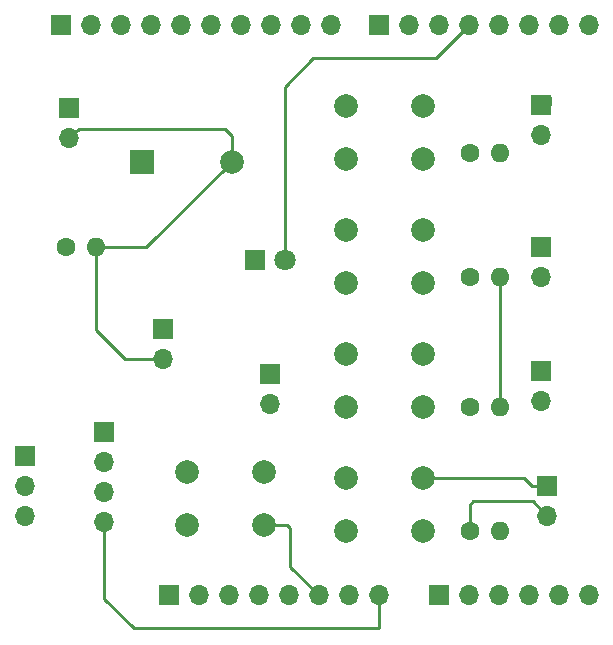
<source format=gbr>
%TF.GenerationSoftware,KiCad,Pcbnew,8.0.8-8.0.8-0~ubuntu24.10.1*%
%TF.CreationDate,2025-03-23T20:29:31-07:00*%
%TF.ProjectId,sailingRegattaTimer,7361696c-696e-4675-9265-676174746154,rev?*%
%TF.SameCoordinates,Original*%
%TF.FileFunction,Copper,L2,Bot*%
%TF.FilePolarity,Positive*%
%FSLAX46Y46*%
G04 Gerber Fmt 4.6, Leading zero omitted, Abs format (unit mm)*
G04 Created by KiCad (PCBNEW 8.0.8-8.0.8-0~ubuntu24.10.1) date 2025-03-23 20:29:31*
%MOMM*%
%LPD*%
G01*
G04 APERTURE LIST*
%TA.AperFunction,ComponentPad*%
%ADD10R,1.800000X1.800000*%
%TD*%
%TA.AperFunction,ComponentPad*%
%ADD11C,1.800000*%
%TD*%
%TA.AperFunction,ComponentPad*%
%ADD12R,1.700000X1.700000*%
%TD*%
%TA.AperFunction,ComponentPad*%
%ADD13O,1.700000X1.700000*%
%TD*%
%TA.AperFunction,ComponentPad*%
%ADD14R,2.000000X2.000000*%
%TD*%
%TA.AperFunction,ComponentPad*%
%ADD15C,2.000000*%
%TD*%
%TA.AperFunction,ComponentPad*%
%ADD16C,1.600000*%
%TD*%
%TA.AperFunction,ComponentPad*%
%ADD17O,1.600000X1.600000*%
%TD*%
%TA.AperFunction,Conductor*%
%ADD18C,0.250000*%
%TD*%
G04 APERTURE END LIST*
D10*
%TO.P,D1-LED,1,K*%
%TO.N,Net-(D1-K)*%
X135230000Y-69065000D03*
D11*
%TO.P,D1-LED,2,A*%
%TO.N,/4*%
X137770000Y-69065000D03*
%TD*%
D12*
%TO.P,J1,1,Pin_1*%
%TO.N,unconnected-(J1-Pin_1-Pad1)*%
X127940000Y-97460000D03*
D13*
%TO.P,J1,2,Pin_2*%
%TO.N,/IOREF*%
X130480000Y-97460000D03*
%TO.P,J1,3,Pin_3*%
%TO.N,/~{RESET}*%
X133020000Y-97460000D03*
%TO.P,J1,4,Pin_4*%
%TO.N,+3V3*%
X135560000Y-97460000D03*
%TO.P,J1,5,Pin_5*%
%TO.N,+5V*%
X138100000Y-97460000D03*
%TO.P,J1,6,Pin_6*%
%TO.N,GND*%
X140640000Y-97460000D03*
%TO.P,J1,7,Pin_7*%
X143180000Y-97460000D03*
%TO.P,J1,8,Pin_8*%
%TO.N,VCC*%
X145720000Y-97460000D03*
%TD*%
D12*
%TO.P,J3,1,Pin_1*%
%TO.N,/A0*%
X150800000Y-97460000D03*
D13*
%TO.P,J3,2,Pin_2*%
%TO.N,/A1*%
X153340000Y-97460000D03*
%TO.P,J3,3,Pin_3*%
%TO.N,/A2*%
X155880000Y-97460000D03*
%TO.P,J3,4,Pin_4*%
%TO.N,/A3*%
X158420000Y-97460000D03*
%TO.P,J3,5,Pin_5*%
%TO.N,/SDA{slash}A4*%
X160960000Y-97460000D03*
%TO.P,J3,6,Pin_6*%
%TO.N,/SCL{slash}A5*%
X163500000Y-97460000D03*
%TD*%
D12*
%TO.P,J2,1,Pin_1*%
%TO.N,/SCL{slash}A5*%
X118796000Y-49200000D03*
D13*
%TO.P,J2,2,Pin_2*%
%TO.N,/SDA{slash}A4*%
X121336000Y-49200000D03*
%TO.P,J2,3,Pin_3*%
%TO.N,/AREF*%
X123876000Y-49200000D03*
%TO.P,J2,4,Pin_4*%
%TO.N,GND*%
X126416000Y-49200000D03*
%TO.P,J2,5,Pin_5*%
%TO.N,/13*%
X128956000Y-49200000D03*
%TO.P,J2,6,Pin_6*%
%TO.N,/12*%
X131496000Y-49200000D03*
%TO.P,J2,7,Pin_7*%
%TO.N,/\u002A11*%
X134036000Y-49200000D03*
%TO.P,J2,8,Pin_8*%
%TO.N,/\u002A10*%
X136576000Y-49200000D03*
%TO.P,J2,9,Pin_9*%
%TO.N,/\u002A9*%
X139116000Y-49200000D03*
%TO.P,J2,10,Pin_10*%
%TO.N,/8*%
X141656000Y-49200000D03*
%TD*%
D12*
%TO.P,J4,1,Pin_1*%
%TO.N,/7*%
X145720000Y-49200000D03*
D13*
%TO.P,J4,2,Pin_2*%
%TO.N,/\u002A6*%
X148260000Y-49200000D03*
%TO.P,J4,3,Pin_3*%
%TO.N,/\u002A5*%
X150800000Y-49200000D03*
%TO.P,J4,4,Pin_4*%
%TO.N,/4*%
X153340000Y-49200000D03*
%TO.P,J4,5,Pin_5*%
%TO.N,/\u002A3*%
X155880000Y-49200000D03*
%TO.P,J4,6,Pin_6*%
%TO.N,/2*%
X158420000Y-49200000D03*
%TO.P,J4,7,Pin_7*%
%TO.N,/TX{slash}1*%
X160960000Y-49200000D03*
%TO.P,J4,8,Pin_8*%
%TO.N,/RX{slash}0*%
X163500000Y-49200000D03*
%TD*%
D12*
%TO.P,J5-5v-LED1,1,Pin_1*%
%TO.N,+5V*%
X127500000Y-74960000D03*
D13*
%TO.P,J5-5v-LED1,2,Pin_2*%
%TO.N,GND*%
X127500000Y-77500000D03*
%TD*%
D14*
%TO.P,BZ1,1,+*%
%TO.N,/4*%
X125700000Y-60750000D03*
D15*
%TO.P,BZ1,2,-*%
%TO.N,GND*%
X133300000Y-60750000D03*
%TD*%
%TO.P,SW5-Reset1,1,1*%
%TO.N,/~{RESET}*%
X129500000Y-87000000D03*
X136000000Y-87000000D03*
%TO.P,SW5-Reset1,2,2*%
%TO.N,GND*%
X129500000Y-91500000D03*
X136000000Y-91500000D03*
%TD*%
%TO.P,SW3-Grn-3M1,1,1*%
%TO.N,+5V*%
X143000000Y-77000000D03*
X149500000Y-77000000D03*
%TO.P,SW3-Grn-3M1,2,2*%
%TO.N,/8*%
X143000000Y-81500000D03*
X149500000Y-81500000D03*
%TD*%
%TO.P,SW2-Yel-2M1,1,1*%
%TO.N,+5V*%
X143000000Y-66500000D03*
X149500000Y-66500000D03*
%TO.P,SW2-Yel-2M1,2,2*%
%TO.N,/7*%
X143000000Y-71000000D03*
X149500000Y-71000000D03*
%TD*%
D12*
%TO.P,J7-Ext-Buz1,1,Pin_1*%
%TO.N,/4*%
X119525000Y-56250000D03*
D13*
%TO.P,J7-Ext-Buz1,2,Pin_2*%
%TO.N,GND*%
X119525000Y-58790000D03*
%TD*%
D15*
%TO.P,SW1-Red-1M1,1,1*%
%TO.N,+5V*%
X143000000Y-56000000D03*
X149500000Y-56000000D03*
%TO.P,SW1-Red-1M1,2,2*%
%TO.N,/2*%
X143000000Y-60500000D03*
X149500000Y-60500000D03*
%TD*%
D12*
%TO.P,J3-Grn-3M1,1,Pin_1*%
%TO.N,+5V*%
X159500000Y-78460000D03*
D13*
%TO.P,J3-Grn-3M1,2,Pin_2*%
%TO.N,/8*%
X159500000Y-81000000D03*
%TD*%
D15*
%TO.P,SW4-Blu-5M1,1,1*%
%TO.N,+5V*%
X143000000Y-87500000D03*
X149500000Y-87500000D03*
%TO.P,SW4-Blu-5M1,2,2*%
%TO.N,/12*%
X143000000Y-92000000D03*
X149500000Y-92000000D03*
%TD*%
D16*
%TO.P,R5,1*%
%TO.N,Net-(D1-K)*%
X119210000Y-68000000D03*
D17*
%TO.P,R5,2*%
%TO.N,GND*%
X121750000Y-68000000D03*
%TD*%
D16*
%TO.P,R2,1*%
%TO.N,/7*%
X153455000Y-70500000D03*
D17*
%TO.P,R2,2*%
%TO.N,GND*%
X155995000Y-70500000D03*
%TD*%
D12*
%TO.P,J1-Red-1M1,1,Pin_1*%
%TO.N,+5V*%
X159500000Y-55960000D03*
D13*
%TO.P,J1-Red-1M1,2,Pin_2*%
%TO.N,/2*%
X159500000Y-58500000D03*
%TD*%
D12*
%TO.P,J8-Pololu-VReg1,1,Pin_1*%
%TO.N,unconnected-(J8-Pololu-VReg1-Pin_1-Pad1)*%
X122500000Y-83630000D03*
D13*
%TO.P,J8-Pololu-VReg1,2,Pin_2*%
%TO.N,unconnected-(J8-Pololu-VReg1-Pin_2-Pad2)*%
X122500000Y-86170000D03*
%TO.P,J8-Pololu-VReg1,3,Pin_3*%
%TO.N,GND*%
X122500000Y-88710000D03*
%TO.P,J8-Pololu-VReg1,4,Pin_4*%
%TO.N,VCC*%
X122500000Y-91250000D03*
%TD*%
D12*
%TO.P,J6-Reset1,1,Pin_1*%
%TO.N,/~{RESET}*%
X136500000Y-78710000D03*
D13*
%TO.P,J6-Reset1,2,Pin_2*%
%TO.N,GND*%
X136500000Y-81250000D03*
%TD*%
D16*
%TO.P,R1,1*%
%TO.N,/2*%
X153455000Y-60000000D03*
D17*
%TO.P,R1,2*%
%TO.N,GND*%
X155995000Y-60000000D03*
%TD*%
D12*
%TO.P,J4-Blu-5M1,1,Pin_1*%
%TO.N,+5V*%
X160000000Y-88225000D03*
D13*
%TO.P,J4-Blu-5M1,2,Pin_2*%
%TO.N,/12*%
X160000000Y-90765000D03*
%TD*%
D12*
%TO.P,J9-Relay1,1,Pin_1*%
%TO.N,Net-(D1-K)*%
X115750000Y-85710000D03*
D13*
%TO.P,J9-Relay1,2,Pin_2*%
%TO.N,+5V*%
X115750000Y-88250000D03*
%TO.P,J9-Relay1,3,Pin_3*%
%TO.N,GND*%
X115750000Y-90790000D03*
%TD*%
D16*
%TO.P,R3,1*%
%TO.N,/8*%
X153455000Y-81500000D03*
D17*
%TO.P,R3,2*%
%TO.N,GND*%
X155995000Y-81500000D03*
%TD*%
D12*
%TO.P,J2-Yel-2M1,1,Pin_1*%
%TO.N,+5V*%
X159500000Y-67960000D03*
D13*
%TO.P,J2-Yel-2M1,2,Pin_2*%
%TO.N,/7*%
X159500000Y-70500000D03*
%TD*%
D16*
%TO.P,R4,1*%
%TO.N,/12*%
X153455000Y-92000000D03*
D17*
%TO.P,R4,2*%
%TO.N,GND*%
X155995000Y-92000000D03*
%TD*%
D18*
%TO.N,/4*%
X137770000Y-69065000D02*
X137770000Y-54430000D01*
X137770000Y-54430000D02*
X140200000Y-52000000D01*
X140200000Y-52000000D02*
X150540000Y-52000000D01*
X150540000Y-52000000D02*
X153340000Y-49200000D01*
%TO.N,GND*%
X155995000Y-81500000D02*
X155995000Y-70500000D01*
X138250000Y-95070000D02*
X140640000Y-97460000D01*
X124250000Y-77500000D02*
X121750000Y-75000000D01*
X138250000Y-91750000D02*
X138250000Y-95070000D01*
X121750000Y-68000000D02*
X126050000Y-68000000D01*
X120315000Y-58000000D02*
X119525000Y-58790000D01*
X136000000Y-91500000D02*
X138000000Y-91500000D01*
X126050000Y-68000000D02*
X133300000Y-60750000D01*
X132750000Y-58000000D02*
X120315000Y-58000000D01*
X133300000Y-60750000D02*
X133300000Y-58550000D01*
X127500000Y-77500000D02*
X124250000Y-77500000D01*
X138000000Y-91500000D02*
X138250000Y-91750000D01*
X133300000Y-58550000D02*
X132750000Y-58000000D01*
X121750000Y-75000000D02*
X121750000Y-68000000D01*
%TO.N,+5V*%
X158000000Y-87500000D02*
X158725000Y-88225000D01*
X159500000Y-56000000D02*
X160250000Y-55250000D01*
X160250000Y-55250000D02*
X160250000Y-55960000D01*
X159275000Y-87500000D02*
X160000000Y-88225000D01*
X149500000Y-87500000D02*
X158000000Y-87500000D01*
X158725000Y-88225000D02*
X160000000Y-88225000D01*
%TO.N,/12*%
X153750000Y-89500000D02*
X158750000Y-89500000D01*
X158750000Y-89500000D02*
X160000000Y-90750000D01*
X153455000Y-89795000D02*
X153750000Y-89500000D01*
X160000000Y-90750000D02*
X160000000Y-90765000D01*
X153455000Y-92000000D02*
X153455000Y-89795000D01*
%TO.N,VCC*%
X145720000Y-97460000D02*
X145720000Y-100220000D01*
X145720000Y-100220000D02*
X145750000Y-100250000D01*
X145750000Y-100250000D02*
X125000000Y-100250000D01*
X122500000Y-97750000D02*
X122500000Y-91250000D01*
X125000000Y-100250000D02*
X122500000Y-97750000D01*
%TD*%
M02*

</source>
